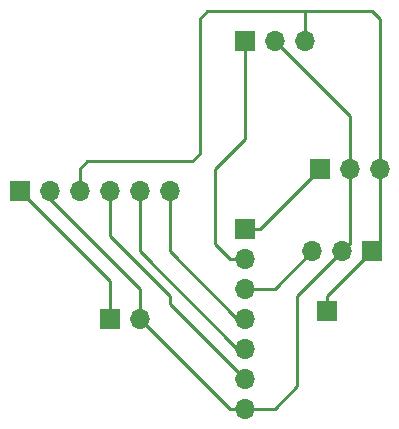
<source format=gbr>
G04 #@! TF.FileFunction,Copper,L2,Bot,Signal*
%FSLAX46Y46*%
G04 Gerber Fmt 4.6, Leading zero omitted, Abs format (unit mm)*
G04 Created by KiCad (PCBNEW 4.0.6) date 04/25/17 20:01:29*
%MOMM*%
%LPD*%
G01*
G04 APERTURE LIST*
%ADD10C,0.100000*%
%ADD11R,1.700000X1.700000*%
%ADD12O,1.700000X1.700000*%
%ADD13C,0.250000*%
G04 APERTURE END LIST*
D10*
D11*
X187960000Y-104775000D03*
D12*
X190500000Y-104775000D03*
X193040000Y-104775000D03*
D11*
X176530000Y-128270000D03*
D12*
X179070000Y-128270000D03*
D11*
X168910000Y-117475000D03*
D12*
X171450000Y-117475000D03*
X173990000Y-117475000D03*
X176530000Y-117475000D03*
X179070000Y-117475000D03*
X181610000Y-117475000D03*
D11*
X187960000Y-120650000D03*
D12*
X187960000Y-123190000D03*
X187960000Y-125730000D03*
X187960000Y-128270000D03*
X187960000Y-130810000D03*
X187960000Y-133350000D03*
X187960000Y-135890000D03*
D11*
X198755000Y-122555000D03*
D12*
X196215000Y-122555000D03*
X193675000Y-122555000D03*
D11*
X194945000Y-127635000D03*
X194310000Y-115570000D03*
D12*
X196850000Y-115570000D03*
X199390000Y-115570000D03*
D13*
X176530000Y-128270000D02*
X176530000Y-125095000D01*
X176530000Y-125095000D02*
X168910000Y-117475000D01*
X196850000Y-115570000D02*
X196850000Y-121920000D01*
X196850000Y-121920000D02*
X196215000Y-122555000D01*
X179070000Y-128270000D02*
X179070000Y-125730000D01*
X179070000Y-125730000D02*
X171450000Y-118110000D01*
X171450000Y-118110000D02*
X171450000Y-117475000D01*
X187960000Y-135890000D02*
X186690000Y-135890000D01*
X186690000Y-135890000D02*
X179070000Y-128270000D01*
X187960000Y-135890000D02*
X190500000Y-135890000D01*
X190500000Y-135890000D02*
X192405000Y-133985000D01*
X192405000Y-133985000D02*
X192405000Y-126365000D01*
X192405000Y-126365000D02*
X196215000Y-122555000D01*
X196850000Y-115570000D02*
X196850000Y-111125000D01*
X196850000Y-111125000D02*
X190500000Y-104775000D01*
X193040000Y-102235000D02*
X193040000Y-104775000D01*
X173990000Y-117475000D02*
X173990000Y-115570000D01*
X199390000Y-102870000D02*
X199390000Y-115570000D01*
X198755000Y-102235000D02*
X199390000Y-102870000D01*
X184785000Y-102235000D02*
X193040000Y-102235000D01*
X193040000Y-102235000D02*
X198755000Y-102235000D01*
X184150000Y-102870000D02*
X184785000Y-102235000D01*
X184150000Y-114300000D02*
X184150000Y-102870000D01*
X183515000Y-114935000D02*
X184150000Y-114300000D01*
X174625000Y-114935000D02*
X183515000Y-114935000D01*
X173990000Y-115570000D02*
X174625000Y-114935000D01*
X199390000Y-115570000D02*
X199390000Y-121920000D01*
X199390000Y-121920000D02*
X198755000Y-122555000D01*
X194945000Y-127635000D02*
X194945000Y-126365000D01*
X194945000Y-126365000D02*
X198755000Y-122555000D01*
X187960000Y-133350000D02*
X181610000Y-127000000D01*
X176530000Y-121285000D02*
X176530000Y-117475000D01*
X181610000Y-126365000D02*
X176530000Y-121285000D01*
X181610000Y-127000000D02*
X181610000Y-126365000D01*
X187960000Y-130810000D02*
X187325000Y-130810000D01*
X187325000Y-130810000D02*
X179070000Y-122555000D01*
X179070000Y-122555000D02*
X179070000Y-117475000D01*
X187960000Y-128270000D02*
X187325000Y-128270000D01*
X187325000Y-128270000D02*
X181610000Y-122555000D01*
X181610000Y-122555000D02*
X181610000Y-117475000D01*
X187960000Y-120650000D02*
X189230000Y-120650000D01*
X189230000Y-120650000D02*
X194310000Y-115570000D01*
X187960000Y-123190000D02*
X186690000Y-123190000D01*
X187960000Y-113030000D02*
X187960000Y-104775000D01*
X185420000Y-115570000D02*
X187960000Y-113030000D01*
X185420000Y-121920000D02*
X185420000Y-115570000D01*
X186690000Y-123190000D02*
X185420000Y-121920000D01*
X187960000Y-125730000D02*
X190500000Y-125730000D01*
X190500000Y-125730000D02*
X193675000Y-122555000D01*
M02*

</source>
